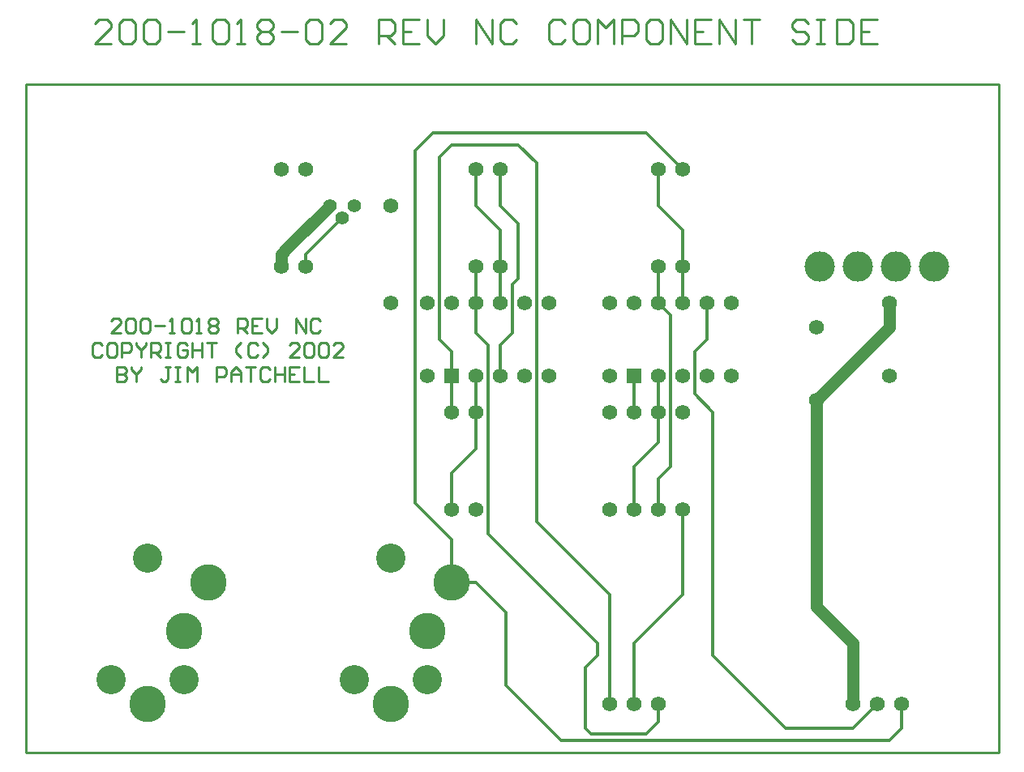
<source format=gtl>
*%FSLAX23Y23*%
*%MOIN*%
G01*
%ADD11C,0.006*%
%ADD12C,0.007*%
%ADD13C,0.008*%
%ADD14C,0.010*%
%ADD15C,0.012*%
%ADD16C,0.032*%
%ADD17C,0.036*%
%ADD18C,0.050*%
%ADD19C,0.052*%
%ADD20C,0.055*%
%ADD21C,0.056*%
%ADD22C,0.060*%
%ADD23C,0.061*%
%ADD24C,0.062*%
%ADD25C,0.068*%
%ADD26C,0.070*%
%ADD27C,0.080*%
%ADD28C,0.090*%
%ADD29C,0.095*%
%ADD30C,0.115*%
%ADD31C,0.120*%
%ADD32C,0.125*%
%ADD33C,0.126*%
%ADD34C,0.131*%
%ADD35C,0.150*%
%ADD36C,0.156*%
%ADD37R,0.062X0.062*%
%ADD38R,0.068X0.068*%
D14*
X8043Y9401D02*
X8110D01*
X8043D02*
X8110Y9468D01*
Y9484D01*
X8093Y9501D01*
X8060D01*
X8043Y9484D01*
X8143D02*
X8160Y9501D01*
X8193D01*
X8210Y9484D01*
Y9418D01*
X8193Y9401D01*
X8160D01*
X8143Y9418D01*
Y9484D01*
X8243D02*
X8260Y9501D01*
X8293D01*
X8310Y9484D01*
Y9418D01*
X8293Y9401D01*
X8260D01*
X8243Y9418D01*
Y9484D01*
X8343Y9451D02*
X8410D01*
X8443Y9401D02*
X8476D01*
X8460D01*
Y9501D01*
X8461D01*
X8460D02*
X8443Y9484D01*
X8526D02*
X8543Y9501D01*
X8576D01*
X8593Y9484D01*
Y9418D01*
X8576Y9401D01*
X8543D01*
X8526Y9418D01*
Y9484D01*
X8626Y9401D02*
X8659D01*
X8643D01*
Y9501D01*
X8644D01*
X8643D02*
X8626Y9484D01*
X8709D02*
X8726Y9501D01*
X8759D01*
X8776Y9484D01*
Y9468D01*
X8759Y9451D01*
X8776Y9434D01*
Y9418D01*
X8759Y9401D01*
X8726D01*
X8709Y9418D01*
Y9434D01*
X8726Y9451D01*
X8709Y9468D01*
Y9484D01*
X8726Y9451D02*
X8759D01*
X8809D02*
X8876D01*
X8909Y9484D02*
X8926Y9501D01*
X8959D01*
X8976Y9484D01*
Y9418D01*
X8959Y9401D01*
X8926D01*
X8909Y9418D01*
Y9484D01*
X9009Y9401D02*
X9076D01*
X9009D02*
X9076Y9468D01*
Y9484D01*
X9059Y9501D01*
X9026D01*
X9009Y9484D01*
X9209Y9501D02*
Y9401D01*
Y9501D02*
X9259D01*
X9276Y9484D01*
Y9451D01*
X9259Y9434D01*
X9209D01*
X9243D02*
X9276Y9401D01*
X9309Y9501D02*
X9376D01*
X9309D02*
Y9401D01*
X9376D01*
X9343Y9451D02*
X9309D01*
X9409Y9434D02*
Y9501D01*
Y9434D02*
X9443Y9401D01*
X9476Y9434D01*
Y9501D01*
X9609D02*
Y9401D01*
X9676D02*
X9609Y9501D01*
X9676D02*
Y9401D01*
X9776Y9484D02*
X9759Y9501D01*
X9726D01*
X9709Y9484D01*
Y9418D01*
X9726Y9401D01*
X9759D01*
X9776Y9418D01*
X9959Y9501D02*
X9976Y9484D01*
X9959Y9501D02*
X9926D01*
X9909Y9484D01*
Y9418D01*
X9926Y9401D01*
X9959D01*
X9976Y9418D01*
X10026Y9501D02*
X10059D01*
X10026D02*
X10009Y9484D01*
Y9418D01*
X10026Y9401D01*
X10059D01*
X10076Y9418D01*
Y9484D01*
X10059Y9501D01*
X10109D02*
Y9401D01*
X10142Y9468D02*
X10109Y9501D01*
X10142Y9468D02*
X10176Y9501D01*
Y9401D01*
X10209D02*
Y9501D01*
X10259D01*
X10276Y9484D01*
Y9451D01*
X10259Y9434D01*
X10209D01*
X10326Y9501D02*
X10359D01*
X10326D02*
X10309Y9484D01*
Y9418D01*
X10326Y9401D01*
X10359D01*
X10376Y9418D01*
Y9484D01*
X10359Y9501D01*
X10409D02*
Y9401D01*
X10476D02*
X10409Y9501D01*
X10476D02*
Y9401D01*
X10509Y9501D02*
X10576D01*
X10509D02*
Y9401D01*
X10576D01*
X10542Y9451D02*
X10509D01*
X10609Y9401D02*
Y9501D01*
X10675Y9401D01*
Y9501D01*
X10709D02*
X10775D01*
X10742D01*
Y9401D01*
X10959Y9501D02*
X10975Y9484D01*
X10959Y9501D02*
X10925D01*
X10909Y9484D01*
Y9468D01*
X10925Y9451D01*
X10959D01*
X10975Y9434D01*
Y9418D01*
X10959Y9401D01*
X10925D01*
X10909Y9418D01*
X11009Y9501D02*
X11042D01*
X11025D01*
Y9401D01*
X11009D01*
X11042D01*
X11092D02*
Y9501D01*
Y9401D02*
X11142D01*
X11159Y9418D01*
Y9484D01*
X11142Y9501D01*
X11092D01*
X11192D02*
X11259D01*
X11192D02*
Y9401D01*
X11259D01*
X11225Y9451D02*
X11192D01*
X8148Y8211D02*
X8108D01*
X8148Y8251D01*
Y8261D01*
X8138Y8271D01*
X8118D01*
X8108Y8261D01*
X8168D02*
X8178Y8271D01*
X8198D01*
X8208Y8261D01*
Y8221D01*
X8198Y8211D01*
X8178D01*
X8168Y8221D01*
Y8261D01*
X8228D02*
X8238Y8271D01*
X8258D01*
X8268Y8261D01*
Y8221D01*
X8258Y8211D01*
X8238D01*
X8228Y8221D01*
Y8261D01*
X8288Y8241D02*
X8328D01*
X8348Y8211D02*
X8368D01*
X8358D01*
Y8271D01*
X8359D01*
X8358D02*
X8348Y8261D01*
X8398D02*
X8408Y8271D01*
X8428D01*
X8438Y8261D01*
Y8221D01*
X8428Y8211D01*
X8408D01*
X8398Y8221D01*
Y8261D01*
X8458Y8211D02*
X8478D01*
X8468D01*
Y8271D01*
X8469D01*
X8468D02*
X8458Y8261D01*
X8508D02*
X8518Y8271D01*
X8538D01*
X8548Y8261D01*
Y8251D01*
X8538Y8241D01*
X8548Y8231D01*
Y8221D01*
X8538Y8211D01*
X8518D01*
X8508Y8221D01*
Y8231D01*
X8518Y8241D01*
X8508Y8251D01*
Y8261D01*
X8518Y8241D02*
X8538D01*
X8628Y8211D02*
Y8271D01*
X8658D01*
X8668Y8261D01*
Y8241D01*
X8658Y8231D01*
X8628D01*
X8648D02*
X8668Y8211D01*
X8688Y8271D02*
X8728D01*
X8688D02*
Y8211D01*
X8728D01*
X8708Y8241D02*
X8688D01*
X8748Y8231D02*
Y8271D01*
Y8231D02*
X8768Y8211D01*
X8788Y8231D01*
Y8271D01*
X8868D02*
Y8211D01*
X8908D02*
X8868Y8271D01*
X8908D02*
Y8211D01*
X8968Y8261D02*
X8958Y8271D01*
X8938D01*
X8928Y8261D01*
Y8221D01*
X8938Y8211D01*
X8958D01*
X8968Y8221D01*
X8073Y8161D02*
X8063Y8171D01*
X8043D01*
X8033Y8161D01*
Y8121D01*
X8043Y8111D01*
X8063D01*
X8073Y8121D01*
X8103Y8171D02*
X8123D01*
X8103D02*
X8093Y8161D01*
Y8121D01*
X8103Y8111D01*
X8123D01*
X8133Y8121D01*
Y8161D01*
X8123Y8171D01*
X8153D02*
Y8111D01*
Y8171D02*
X8183D01*
X8193Y8161D01*
Y8141D01*
X8183Y8131D01*
X8153D01*
X8213Y8161D02*
Y8171D01*
Y8161D02*
X8233Y8141D01*
X8253Y8161D01*
Y8171D01*
X8233Y8141D02*
Y8111D01*
X8273D02*
Y8171D01*
X8303D01*
X8313Y8161D01*
Y8141D01*
X8303Y8131D01*
X8273D01*
X8293D02*
X8313Y8111D01*
X8333Y8171D02*
X8353D01*
X8343D01*
Y8111D01*
X8333D01*
X8353D01*
X8413Y8171D02*
X8423Y8161D01*
X8413Y8171D02*
X8393D01*
X8383Y8161D01*
Y8121D01*
X8393Y8111D01*
X8413D01*
X8423Y8121D01*
Y8141D01*
X8403D01*
X8443Y8171D02*
Y8111D01*
Y8141D01*
X8483D01*
Y8171D01*
Y8111D01*
X8503Y8171D02*
X8543D01*
X8523D01*
Y8111D01*
X8623Y8131D02*
X8643Y8111D01*
X8623Y8131D02*
Y8151D01*
X8643Y8171D01*
X8703D02*
X8713Y8161D01*
X8703Y8171D02*
X8683D01*
X8673Y8161D01*
Y8121D01*
X8683Y8111D01*
X8703D01*
X8713Y8121D01*
X8733Y8111D02*
X8753Y8131D01*
Y8151D01*
X8733Y8171D01*
X8843Y8111D02*
X8883D01*
X8843D02*
X8883Y8151D01*
Y8161D01*
X8873Y8171D01*
X8853D01*
X8843Y8161D01*
X8903D02*
X8913Y8171D01*
X8933D01*
X8943Y8161D01*
Y8121D01*
X8933Y8111D01*
X8913D01*
X8903Y8121D01*
Y8161D01*
X8963D02*
X8973Y8171D01*
X8993D01*
X9003Y8161D01*
Y8121D01*
X8993Y8111D01*
X8973D01*
X8963Y8121D01*
Y8161D01*
X9023Y8111D02*
X9063D01*
X9023D02*
X9063Y8151D01*
Y8161D01*
X9053Y8171D01*
X9033D01*
X9023Y8161D01*
X8133Y8071D02*
Y8011D01*
X8163D01*
X8173Y8021D01*
Y8031D01*
X8163Y8041D01*
X8133D01*
X8134D01*
X8133D02*
X8134D01*
X8133D02*
X8134D01*
X8133D02*
X8163D01*
X8173Y8051D01*
Y8061D01*
X8163Y8071D01*
X8133D01*
X8193D02*
Y8061D01*
X8213Y8041D01*
X8233Y8061D01*
Y8071D01*
X8213Y8041D02*
Y8011D01*
X8333Y8071D02*
X8353D01*
X8343D02*
X8333D01*
X8343D02*
Y8021D01*
X8333Y8011D01*
X8323D01*
X8313Y8021D01*
X8373Y8071D02*
X8393D01*
X8383D01*
Y8011D01*
X8373D01*
X8393D01*
X8423D02*
Y8071D01*
X8443Y8051D01*
X8463Y8071D01*
Y8011D01*
X8543D02*
Y8071D01*
X8573D01*
X8583Y8061D01*
Y8041D01*
X8573Y8031D01*
X8543D01*
X8603Y8011D02*
Y8051D01*
X8623Y8071D01*
X8643Y8051D01*
Y8011D01*
Y8041D01*
X8603D01*
X8663Y8071D02*
X8703D01*
X8683D01*
Y8011D01*
X8753Y8071D02*
X8763Y8061D01*
X8753Y8071D02*
X8733D01*
X8723Y8061D01*
Y8021D01*
X8733Y8011D01*
X8753D01*
X8763Y8021D01*
X8783Y8011D02*
Y8071D01*
Y8041D02*
Y8011D01*
Y8041D02*
X8823D01*
Y8071D01*
Y8011D01*
X8843Y8071D02*
X8883D01*
X8843D02*
Y8011D01*
X8883D01*
X8863Y8041D02*
X8843D01*
X8903Y8071D02*
Y8011D01*
X8943D01*
X8963D02*
Y8071D01*
Y8011D02*
X9003D01*
X7758Y9236D02*
X11758D01*
Y6486D02*
X7758D01*
Y9236D01*
X11758D02*
Y6486D01*
D15*
X9058Y8686D02*
X8908Y8536D01*
X10458Y7136D02*
X10258Y6936D01*
X10583Y6886D02*
X10883Y6586D01*
X9733Y7061D02*
X9608Y7186D01*
X9733Y6761D02*
X9958Y6536D01*
X10158Y7136D02*
X9858Y7436D01*
X10458Y8886D02*
X10308Y9036D01*
X9358Y7511D02*
X9508Y7361D01*
X9658Y7386D02*
X10108Y6936D01*
X10883Y6586D02*
X11158D01*
X11308Y6536D02*
X9958D01*
X10083Y6561D02*
X10308D01*
X9608Y7186D02*
X9508D01*
X8908Y8486D02*
Y8536D01*
X9458Y8186D02*
Y8936D01*
X9358Y8961D02*
Y7511D01*
X9458Y8936D02*
X9508Y8986D01*
X9383D02*
X9358Y8961D01*
X9383Y8986D02*
X9433Y9036D01*
X9458Y8186D02*
X9508Y8136D01*
Y7361D02*
Y7186D01*
Y8036D02*
Y8136D01*
Y8036D02*
Y7886D01*
X9608Y8211D02*
Y8336D01*
Y8486D01*
X9658Y8161D02*
Y7386D01*
X9608Y8736D02*
Y8886D01*
Y7886D02*
Y7736D01*
Y7886D02*
Y8036D01*
X9508Y7636D02*
Y7486D01*
Y7636D02*
X9608Y7736D01*
X9658Y8161D02*
X9608Y8211D01*
X9708Y8636D02*
X9608Y8736D01*
X9733Y7061D02*
Y6761D01*
X9858Y7436D02*
Y8911D01*
X9708Y8886D02*
Y8736D01*
Y8161D02*
Y8036D01*
X9758Y8211D02*
Y8411D01*
X9783Y8436D02*
Y8661D01*
X9708Y8486D02*
Y8336D01*
Y8486D02*
Y8636D01*
X9758Y8211D02*
X9708Y8161D01*
X9758Y8411D02*
X9783Y8436D01*
X9858Y8911D02*
X9783Y8986D01*
X9708Y8736D02*
X9783Y8661D01*
X10058Y6836D02*
Y6586D01*
Y6836D02*
X10108Y6886D01*
X10058Y6586D02*
X10083Y6561D01*
X9783Y8986D02*
X9508D01*
X10158Y7136D02*
Y6686D01*
X10108Y6886D02*
Y6936D01*
X10258Y7886D02*
Y8036D01*
Y7661D02*
Y7486D01*
Y6936D02*
Y6686D01*
Y7661D02*
X10283Y7686D01*
X10308Y9036D02*
X9433D01*
X10358Y6686D02*
Y6611D01*
Y7886D02*
Y8036D01*
Y7886D02*
Y7761D01*
X10458Y7486D02*
Y7136D01*
X10358Y8336D02*
Y8486D01*
Y7611D02*
Y7486D01*
X10408Y7661D02*
Y8286D01*
X10458Y8486D02*
Y8636D01*
Y8486D02*
Y8336D01*
X10358Y8736D02*
Y8886D01*
Y6611D02*
X10308Y6561D01*
X10283Y7686D02*
X10358Y7761D01*
X10408Y7661D02*
X10358Y7611D01*
X10408Y8286D02*
X10358Y8336D01*
X10458Y8636D02*
X10358Y8736D01*
X10558Y8336D02*
Y8186D01*
X10508Y8136D02*
Y7961D01*
X10583Y7886D02*
Y6886D01*
X10508Y8136D02*
X10558Y8186D01*
X10508Y7961D02*
X10583Y7886D01*
X11258Y6686D02*
X11158Y6586D01*
X11358D02*
Y6686D01*
Y6586D02*
X11308Y6536D01*
D18*
X11008Y7936D02*
X11308Y8236D01*
X9008Y8736D02*
X8833Y8561D01*
X8808Y8536D01*
X11008Y7086D02*
X11158Y6936D01*
X8808Y8486D02*
Y8536D01*
X11008Y7936D02*
Y7086D01*
X11158Y6936D02*
Y6686D01*
X11308Y8236D02*
Y8336D01*
D20*
X9008Y8736D02*
D03*
X9058Y8686D02*
D03*
X9108Y8736D02*
D03*
D24*
X10358Y8486D02*
D03*
Y8886D02*
D03*
X10458Y8486D02*
D03*
Y8886D02*
D03*
X11308Y8336D02*
D03*
Y8036D02*
D03*
X11008Y7936D02*
D03*
Y8236D02*
D03*
X10658Y8336D02*
D03*
Y8036D02*
D03*
X9908Y8336D02*
D03*
Y8036D02*
D03*
X10258Y8336D02*
D03*
X10358D02*
D03*
X10458D02*
D03*
X10558D02*
D03*
Y8036D02*
D03*
X10458D02*
D03*
X10358D02*
D03*
Y7886D02*
D03*
Y7486D02*
D03*
X10258Y7886D02*
D03*
Y7486D02*
D03*
X10458Y7886D02*
D03*
Y7486D02*
D03*
X10158D02*
D03*
Y7886D02*
D03*
Y8036D02*
D03*
Y8336D02*
D03*
X10258Y6686D02*
D03*
X10158D02*
D03*
X10358D02*
D03*
X11258D02*
D03*
X11158D02*
D03*
X11358D02*
D03*
X8808Y8486D02*
D03*
Y8886D02*
D03*
X9608Y8486D02*
D03*
Y8886D02*
D03*
X9708Y8486D02*
D03*
Y8886D02*
D03*
X8908D02*
D03*
Y8486D02*
D03*
X9508Y8336D02*
D03*
X9608D02*
D03*
X9708D02*
D03*
X9808D02*
D03*
Y8036D02*
D03*
X9708D02*
D03*
X9608D02*
D03*
Y7486D02*
D03*
Y7886D02*
D03*
X9408Y8036D02*
D03*
Y8336D02*
D03*
X9508Y7886D02*
D03*
Y7486D02*
D03*
X9258Y8736D02*
D03*
Y8336D02*
D03*
D31*
Y7286D02*
D03*
X9408Y6786D02*
D03*
X9108D02*
D03*
X8258Y7286D02*
D03*
X8408Y6786D02*
D03*
X8108D02*
D03*
D32*
X11180Y8486D02*
D03*
X11492D02*
D03*
X11024D02*
D03*
X11336D02*
D03*
D35*
X9258Y6686D02*
D03*
X9408Y6986D02*
D03*
X9508Y7186D02*
D03*
X8258Y6686D02*
D03*
X8408Y6986D02*
D03*
X8508Y7186D02*
D03*
D37*
X10258Y8036D02*
D03*
X9508D02*
D03*
M02*

</source>
